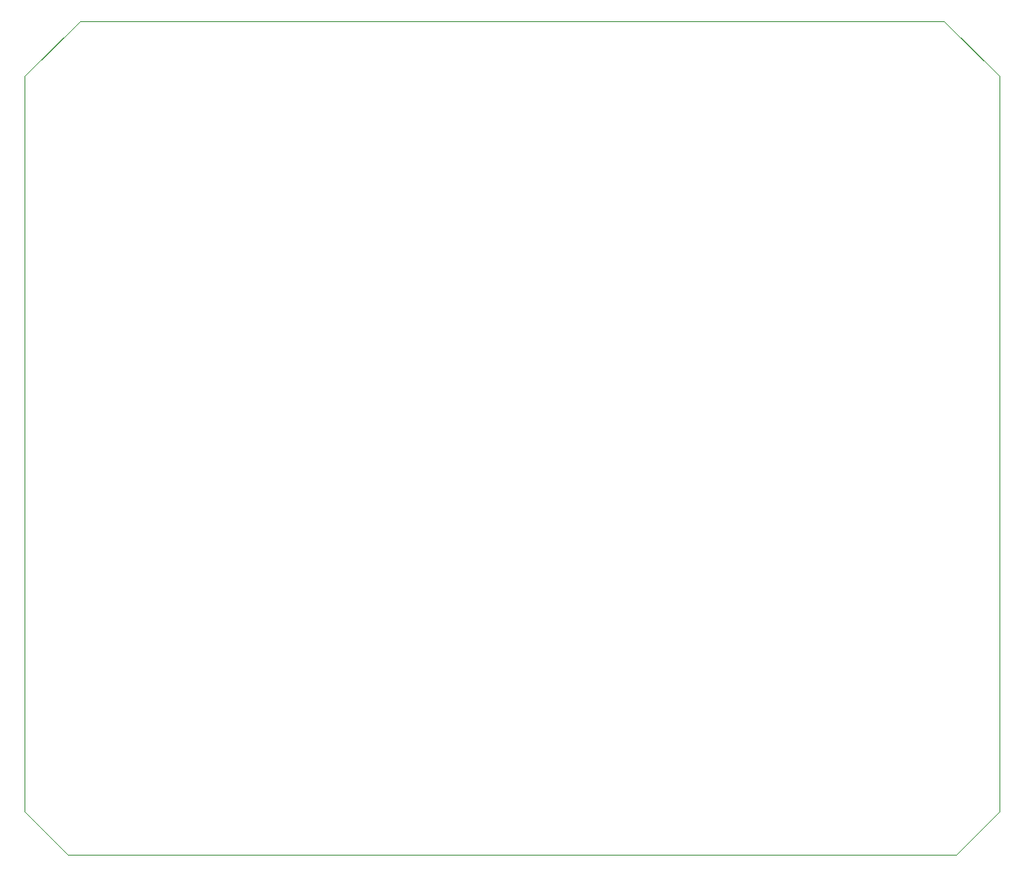
<source format=gbr>
G04 #@! TF.FileFunction,Profile,NP*
%FSLAX46Y46*%
G04 Gerber Fmt 4.6, Leading zero omitted, Abs format (unit mm)*
G04 Created by KiCad (PCBNEW (2016-09-07 BZR 7135, Git c8cf783)-product) date Wed Feb  8 14:06:02 2017*
%MOMM*%
%LPD*%
G01*
G04 APERTURE LIST*
%ADD10C,0.100000*%
G04 APERTURE END LIST*
D10*
X163296754Y-156363594D02*
X163296754Y-80163594D01*
X66776754Y-160808594D02*
X158851754Y-160808594D01*
X62331754Y-156363594D02*
X66776754Y-160808594D01*
X62331754Y-80163594D02*
X62331754Y-156363594D01*
X68046754Y-74448594D02*
X62331754Y-80163594D01*
X68046754Y-74448594D02*
X157581754Y-74448594D01*
X163296754Y-156363594D02*
X158851754Y-160808594D01*
X157581754Y-74448594D02*
X163296754Y-80163594D01*
M02*

</source>
